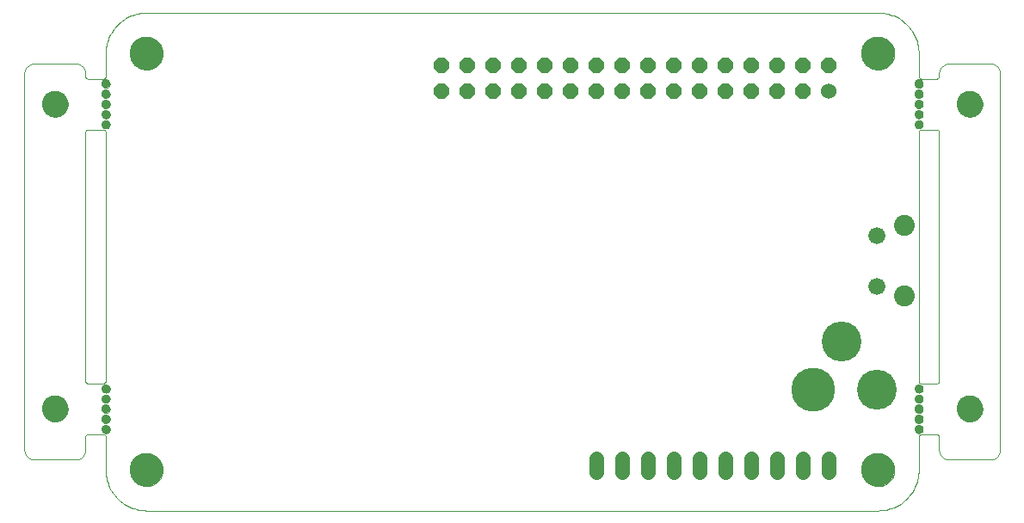
<source format=gbs>
G75*
G70*
%OFA0B0*%
%FSLAX24Y24*%
%IPPOS*%
%LPD*%
%AMOC8*
5,1,8,0,0,1.08239X$1,22.5*
%
%ADD10C,0.0000*%
%ADD11C,0.1300*%
%ADD12C,0.1024*%
%ADD13C,0.0355*%
%ADD14C,0.1700*%
%ADD15C,0.1542*%
%ADD16C,0.0600*%
%ADD17OC8,0.0600*%
%ADD18C,0.0560*%
%ADD19C,0.0808*%
%ADD20C,0.0660*%
D10*
X005612Y019785D02*
X033958Y019785D01*
X033328Y021360D02*
X033330Y021410D01*
X033336Y021460D01*
X033346Y021509D01*
X033360Y021557D01*
X033377Y021604D01*
X033398Y021649D01*
X033423Y021693D01*
X033451Y021734D01*
X033483Y021773D01*
X033517Y021810D01*
X033554Y021844D01*
X033594Y021874D01*
X033636Y021901D01*
X033680Y021925D01*
X033726Y021946D01*
X033773Y021962D01*
X033821Y021975D01*
X033871Y021984D01*
X033920Y021989D01*
X033971Y021990D01*
X034021Y021987D01*
X034070Y021980D01*
X034119Y021969D01*
X034167Y021954D01*
X034213Y021936D01*
X034258Y021914D01*
X034301Y021888D01*
X034342Y021859D01*
X034381Y021827D01*
X034417Y021792D01*
X034449Y021754D01*
X034479Y021714D01*
X034506Y021671D01*
X034529Y021627D01*
X034548Y021581D01*
X034564Y021533D01*
X034576Y021484D01*
X034584Y021435D01*
X034588Y021385D01*
X034588Y021335D01*
X034584Y021285D01*
X034576Y021236D01*
X034564Y021187D01*
X034548Y021139D01*
X034529Y021093D01*
X034506Y021049D01*
X034479Y021006D01*
X034449Y020966D01*
X034417Y020928D01*
X034381Y020893D01*
X034342Y020861D01*
X034301Y020832D01*
X034258Y020806D01*
X034213Y020784D01*
X034167Y020766D01*
X034119Y020751D01*
X034070Y020740D01*
X034021Y020733D01*
X033971Y020730D01*
X033920Y020731D01*
X033871Y020736D01*
X033821Y020745D01*
X033773Y020758D01*
X033726Y020774D01*
X033680Y020795D01*
X033636Y020819D01*
X033594Y020846D01*
X033554Y020876D01*
X033517Y020910D01*
X033483Y020947D01*
X033451Y020986D01*
X033423Y021027D01*
X033398Y021071D01*
X033377Y021116D01*
X033360Y021163D01*
X033346Y021211D01*
X033336Y021260D01*
X033330Y021310D01*
X033328Y021360D01*
X033958Y019785D02*
X034035Y019787D01*
X034112Y019793D01*
X034189Y019802D01*
X034265Y019815D01*
X034341Y019832D01*
X034415Y019853D01*
X034489Y019877D01*
X034561Y019905D01*
X034631Y019936D01*
X034700Y019971D01*
X034768Y020009D01*
X034833Y020050D01*
X034896Y020095D01*
X034957Y020143D01*
X035016Y020193D01*
X035072Y020246D01*
X035125Y020302D01*
X035175Y020361D01*
X035223Y020422D01*
X035268Y020485D01*
X035309Y020550D01*
X035347Y020618D01*
X035382Y020687D01*
X035413Y020757D01*
X035441Y020829D01*
X035465Y020903D01*
X035486Y020977D01*
X035503Y021053D01*
X035516Y021129D01*
X035525Y021206D01*
X035531Y021283D01*
X035533Y021360D01*
X035533Y022639D01*
X035534Y022656D01*
X035539Y022673D01*
X035546Y022688D01*
X035556Y022702D01*
X035568Y022714D01*
X035582Y022724D01*
X035597Y022731D01*
X035614Y022736D01*
X035631Y022737D01*
X035631Y022738D02*
X036222Y022738D01*
X036222Y022737D02*
X036239Y022736D01*
X036256Y022731D01*
X036271Y022724D01*
X036285Y022714D01*
X036297Y022702D01*
X036307Y022688D01*
X036314Y022673D01*
X036319Y022656D01*
X036320Y022639D01*
X036320Y022147D01*
X036322Y022108D01*
X036328Y022070D01*
X036337Y022033D01*
X036350Y021996D01*
X036367Y021961D01*
X036386Y021928D01*
X036409Y021897D01*
X036435Y021868D01*
X036464Y021842D01*
X036495Y021819D01*
X036528Y021800D01*
X036563Y021783D01*
X036600Y021770D01*
X036637Y021761D01*
X036675Y021755D01*
X036714Y021753D01*
X036714Y021754D02*
X038289Y021754D01*
X038289Y021753D02*
X038328Y021755D01*
X038366Y021761D01*
X038403Y021770D01*
X038440Y021783D01*
X038475Y021800D01*
X038508Y021819D01*
X038539Y021842D01*
X038568Y021868D01*
X038594Y021897D01*
X038617Y021928D01*
X038636Y021961D01*
X038653Y021996D01*
X038666Y022033D01*
X038675Y022070D01*
X038681Y022108D01*
X038683Y022147D01*
X038683Y036714D01*
X038681Y036753D01*
X038675Y036791D01*
X038666Y036828D01*
X038653Y036865D01*
X038636Y036900D01*
X038617Y036933D01*
X038594Y036964D01*
X038568Y036993D01*
X038539Y037019D01*
X038508Y037042D01*
X038475Y037061D01*
X038440Y037078D01*
X038403Y037091D01*
X038366Y037100D01*
X038328Y037106D01*
X038289Y037108D01*
X036714Y037108D01*
X036675Y037106D01*
X036637Y037100D01*
X036600Y037091D01*
X036563Y037078D01*
X036528Y037061D01*
X036495Y037042D01*
X036464Y037019D01*
X036435Y036993D01*
X036409Y036964D01*
X036386Y036933D01*
X036367Y036900D01*
X036350Y036865D01*
X036337Y036828D01*
X036328Y036791D01*
X036322Y036753D01*
X036320Y036714D01*
X036320Y036616D01*
X036319Y036599D01*
X036314Y036582D01*
X036307Y036567D01*
X036297Y036553D01*
X036285Y036541D01*
X036271Y036531D01*
X036256Y036524D01*
X036239Y036519D01*
X036222Y036518D01*
X036222Y036517D02*
X035631Y036517D01*
X035631Y036518D02*
X035614Y036519D01*
X035597Y036524D01*
X035582Y036531D01*
X035568Y036541D01*
X035556Y036553D01*
X035546Y036567D01*
X035539Y036582D01*
X035534Y036599D01*
X035533Y036616D01*
X035533Y037502D01*
X035376Y036320D02*
X035378Y036345D01*
X035384Y036369D01*
X035393Y036391D01*
X035406Y036412D01*
X035422Y036431D01*
X035441Y036447D01*
X035462Y036460D01*
X035484Y036469D01*
X035508Y036475D01*
X035533Y036477D01*
X035558Y036475D01*
X035582Y036469D01*
X035604Y036460D01*
X035625Y036447D01*
X035644Y036431D01*
X035660Y036412D01*
X035673Y036391D01*
X035682Y036369D01*
X035688Y036345D01*
X035690Y036320D01*
X035688Y036295D01*
X035682Y036271D01*
X035673Y036249D01*
X035660Y036228D01*
X035644Y036209D01*
X035625Y036193D01*
X035604Y036180D01*
X035582Y036171D01*
X035558Y036165D01*
X035533Y036163D01*
X035508Y036165D01*
X035484Y036171D01*
X035462Y036180D01*
X035441Y036193D01*
X035422Y036209D01*
X035406Y036228D01*
X035393Y036249D01*
X035384Y036271D01*
X035378Y036295D01*
X035376Y036320D01*
X035376Y035927D02*
X035378Y035952D01*
X035384Y035976D01*
X035393Y035998D01*
X035406Y036019D01*
X035422Y036038D01*
X035441Y036054D01*
X035462Y036067D01*
X035484Y036076D01*
X035508Y036082D01*
X035533Y036084D01*
X035558Y036082D01*
X035582Y036076D01*
X035604Y036067D01*
X035625Y036054D01*
X035644Y036038D01*
X035660Y036019D01*
X035673Y035998D01*
X035682Y035976D01*
X035688Y035952D01*
X035690Y035927D01*
X035688Y035902D01*
X035682Y035878D01*
X035673Y035856D01*
X035660Y035835D01*
X035644Y035816D01*
X035625Y035800D01*
X035604Y035787D01*
X035582Y035778D01*
X035558Y035772D01*
X035533Y035770D01*
X035508Y035772D01*
X035484Y035778D01*
X035462Y035787D01*
X035441Y035800D01*
X035422Y035816D01*
X035406Y035835D01*
X035393Y035856D01*
X035384Y035878D01*
X035378Y035902D01*
X035376Y035927D01*
X035376Y035533D02*
X035378Y035558D01*
X035384Y035582D01*
X035393Y035604D01*
X035406Y035625D01*
X035422Y035644D01*
X035441Y035660D01*
X035462Y035673D01*
X035484Y035682D01*
X035508Y035688D01*
X035533Y035690D01*
X035558Y035688D01*
X035582Y035682D01*
X035604Y035673D01*
X035625Y035660D01*
X035644Y035644D01*
X035660Y035625D01*
X035673Y035604D01*
X035682Y035582D01*
X035688Y035558D01*
X035690Y035533D01*
X035688Y035508D01*
X035682Y035484D01*
X035673Y035462D01*
X035660Y035441D01*
X035644Y035422D01*
X035625Y035406D01*
X035604Y035393D01*
X035582Y035384D01*
X035558Y035378D01*
X035533Y035376D01*
X035508Y035378D01*
X035484Y035384D01*
X035462Y035393D01*
X035441Y035406D01*
X035422Y035422D01*
X035406Y035441D01*
X035393Y035462D01*
X035384Y035484D01*
X035378Y035508D01*
X035376Y035533D01*
X035376Y035139D02*
X035378Y035164D01*
X035384Y035188D01*
X035393Y035210D01*
X035406Y035231D01*
X035422Y035250D01*
X035441Y035266D01*
X035462Y035279D01*
X035484Y035288D01*
X035508Y035294D01*
X035533Y035296D01*
X035558Y035294D01*
X035582Y035288D01*
X035604Y035279D01*
X035625Y035266D01*
X035644Y035250D01*
X035660Y035231D01*
X035673Y035210D01*
X035682Y035188D01*
X035688Y035164D01*
X035690Y035139D01*
X035688Y035114D01*
X035682Y035090D01*
X035673Y035068D01*
X035660Y035047D01*
X035644Y035028D01*
X035625Y035012D01*
X035604Y034999D01*
X035582Y034990D01*
X035558Y034984D01*
X035533Y034982D01*
X035508Y034984D01*
X035484Y034990D01*
X035462Y034999D01*
X035441Y035012D01*
X035422Y035028D01*
X035406Y035047D01*
X035393Y035068D01*
X035384Y035090D01*
X035378Y035114D01*
X035376Y035139D01*
X035376Y034746D02*
X035378Y034771D01*
X035384Y034795D01*
X035393Y034817D01*
X035406Y034838D01*
X035422Y034857D01*
X035441Y034873D01*
X035462Y034886D01*
X035484Y034895D01*
X035508Y034901D01*
X035533Y034903D01*
X035558Y034901D01*
X035582Y034895D01*
X035604Y034886D01*
X035625Y034873D01*
X035644Y034857D01*
X035660Y034838D01*
X035673Y034817D01*
X035682Y034795D01*
X035688Y034771D01*
X035690Y034746D01*
X035688Y034721D01*
X035682Y034697D01*
X035673Y034675D01*
X035660Y034654D01*
X035644Y034635D01*
X035625Y034619D01*
X035604Y034606D01*
X035582Y034597D01*
X035558Y034591D01*
X035533Y034589D01*
X035508Y034591D01*
X035484Y034597D01*
X035462Y034606D01*
X035441Y034619D01*
X035422Y034635D01*
X035406Y034654D01*
X035393Y034675D01*
X035384Y034697D01*
X035378Y034721D01*
X035376Y034746D01*
X035631Y034549D02*
X036222Y034549D01*
X036222Y034548D02*
X036239Y034547D01*
X036256Y034542D01*
X036271Y034535D01*
X036285Y034525D01*
X036297Y034513D01*
X036307Y034499D01*
X036314Y034484D01*
X036319Y034467D01*
X036320Y034450D01*
X036320Y024805D01*
X036319Y024788D01*
X036314Y024771D01*
X036307Y024756D01*
X036297Y024742D01*
X036285Y024730D01*
X036271Y024720D01*
X036256Y024713D01*
X036239Y024708D01*
X036222Y024707D01*
X036222Y024706D02*
X035631Y024706D01*
X035631Y024707D02*
X035614Y024708D01*
X035597Y024713D01*
X035582Y024720D01*
X035568Y024730D01*
X035556Y024742D01*
X035546Y024756D01*
X035539Y024771D01*
X035534Y024788D01*
X035533Y024805D01*
X035533Y034450D01*
X035534Y034467D01*
X035539Y034484D01*
X035546Y034499D01*
X035556Y034513D01*
X035568Y034525D01*
X035582Y034535D01*
X035597Y034542D01*
X035614Y034547D01*
X035631Y034548D01*
X037010Y035533D02*
X037012Y035577D01*
X037018Y035621D01*
X037028Y035664D01*
X037041Y035706D01*
X037059Y035746D01*
X037080Y035785D01*
X037104Y035822D01*
X037131Y035857D01*
X037162Y035889D01*
X037195Y035918D01*
X037231Y035944D01*
X037269Y035966D01*
X037309Y035985D01*
X037350Y036001D01*
X037393Y036013D01*
X037436Y036021D01*
X037480Y036025D01*
X037524Y036025D01*
X037568Y036021D01*
X037611Y036013D01*
X037654Y036001D01*
X037695Y035985D01*
X037735Y035966D01*
X037773Y035944D01*
X037809Y035918D01*
X037842Y035889D01*
X037873Y035857D01*
X037900Y035822D01*
X037924Y035785D01*
X037945Y035746D01*
X037963Y035706D01*
X037976Y035664D01*
X037986Y035621D01*
X037992Y035577D01*
X037994Y035533D01*
X037992Y035489D01*
X037986Y035445D01*
X037976Y035402D01*
X037963Y035360D01*
X037945Y035320D01*
X037924Y035281D01*
X037900Y035244D01*
X037873Y035209D01*
X037842Y035177D01*
X037809Y035148D01*
X037773Y035122D01*
X037735Y035100D01*
X037695Y035081D01*
X037654Y035065D01*
X037611Y035053D01*
X037568Y035045D01*
X037524Y035041D01*
X037480Y035041D01*
X037436Y035045D01*
X037393Y035053D01*
X037350Y035065D01*
X037309Y035081D01*
X037269Y035100D01*
X037231Y035122D01*
X037195Y035148D01*
X037162Y035177D01*
X037131Y035209D01*
X037104Y035244D01*
X037080Y035281D01*
X037059Y035320D01*
X037041Y035360D01*
X037028Y035402D01*
X037018Y035445D01*
X037012Y035489D01*
X037010Y035533D01*
X036320Y031202D02*
X036320Y027659D01*
X035376Y024509D02*
X035378Y024534D01*
X035384Y024558D01*
X035393Y024580D01*
X035406Y024601D01*
X035422Y024620D01*
X035441Y024636D01*
X035462Y024649D01*
X035484Y024658D01*
X035508Y024664D01*
X035533Y024666D01*
X035558Y024664D01*
X035582Y024658D01*
X035604Y024649D01*
X035625Y024636D01*
X035644Y024620D01*
X035660Y024601D01*
X035673Y024580D01*
X035682Y024558D01*
X035688Y024534D01*
X035690Y024509D01*
X035688Y024484D01*
X035682Y024460D01*
X035673Y024438D01*
X035660Y024417D01*
X035644Y024398D01*
X035625Y024382D01*
X035604Y024369D01*
X035582Y024360D01*
X035558Y024354D01*
X035533Y024352D01*
X035508Y024354D01*
X035484Y024360D01*
X035462Y024369D01*
X035441Y024382D01*
X035422Y024398D01*
X035406Y024417D01*
X035393Y024438D01*
X035384Y024460D01*
X035378Y024484D01*
X035376Y024509D01*
X035376Y024116D02*
X035378Y024141D01*
X035384Y024165D01*
X035393Y024187D01*
X035406Y024208D01*
X035422Y024227D01*
X035441Y024243D01*
X035462Y024256D01*
X035484Y024265D01*
X035508Y024271D01*
X035533Y024273D01*
X035558Y024271D01*
X035582Y024265D01*
X035604Y024256D01*
X035625Y024243D01*
X035644Y024227D01*
X035660Y024208D01*
X035673Y024187D01*
X035682Y024165D01*
X035688Y024141D01*
X035690Y024116D01*
X035688Y024091D01*
X035682Y024067D01*
X035673Y024045D01*
X035660Y024024D01*
X035644Y024005D01*
X035625Y023989D01*
X035604Y023976D01*
X035582Y023967D01*
X035558Y023961D01*
X035533Y023959D01*
X035508Y023961D01*
X035484Y023967D01*
X035462Y023976D01*
X035441Y023989D01*
X035422Y024005D01*
X035406Y024024D01*
X035393Y024045D01*
X035384Y024067D01*
X035378Y024091D01*
X035376Y024116D01*
X035376Y023722D02*
X035378Y023747D01*
X035384Y023771D01*
X035393Y023793D01*
X035406Y023814D01*
X035422Y023833D01*
X035441Y023849D01*
X035462Y023862D01*
X035484Y023871D01*
X035508Y023877D01*
X035533Y023879D01*
X035558Y023877D01*
X035582Y023871D01*
X035604Y023862D01*
X035625Y023849D01*
X035644Y023833D01*
X035660Y023814D01*
X035673Y023793D01*
X035682Y023771D01*
X035688Y023747D01*
X035690Y023722D01*
X035688Y023697D01*
X035682Y023673D01*
X035673Y023651D01*
X035660Y023630D01*
X035644Y023611D01*
X035625Y023595D01*
X035604Y023582D01*
X035582Y023573D01*
X035558Y023567D01*
X035533Y023565D01*
X035508Y023567D01*
X035484Y023573D01*
X035462Y023582D01*
X035441Y023595D01*
X035422Y023611D01*
X035406Y023630D01*
X035393Y023651D01*
X035384Y023673D01*
X035378Y023697D01*
X035376Y023722D01*
X035376Y023328D02*
X035378Y023353D01*
X035384Y023377D01*
X035393Y023399D01*
X035406Y023420D01*
X035422Y023439D01*
X035441Y023455D01*
X035462Y023468D01*
X035484Y023477D01*
X035508Y023483D01*
X035533Y023485D01*
X035558Y023483D01*
X035582Y023477D01*
X035604Y023468D01*
X035625Y023455D01*
X035644Y023439D01*
X035660Y023420D01*
X035673Y023399D01*
X035682Y023377D01*
X035688Y023353D01*
X035690Y023328D01*
X035688Y023303D01*
X035682Y023279D01*
X035673Y023257D01*
X035660Y023236D01*
X035644Y023217D01*
X035625Y023201D01*
X035604Y023188D01*
X035582Y023179D01*
X035558Y023173D01*
X035533Y023171D01*
X035508Y023173D01*
X035484Y023179D01*
X035462Y023188D01*
X035441Y023201D01*
X035422Y023217D01*
X035406Y023236D01*
X035393Y023257D01*
X035384Y023279D01*
X035378Y023303D01*
X035376Y023328D01*
X035376Y022935D02*
X035378Y022960D01*
X035384Y022984D01*
X035393Y023006D01*
X035406Y023027D01*
X035422Y023046D01*
X035441Y023062D01*
X035462Y023075D01*
X035484Y023084D01*
X035508Y023090D01*
X035533Y023092D01*
X035558Y023090D01*
X035582Y023084D01*
X035604Y023075D01*
X035625Y023062D01*
X035644Y023046D01*
X035660Y023027D01*
X035673Y023006D01*
X035682Y022984D01*
X035688Y022960D01*
X035690Y022935D01*
X035688Y022910D01*
X035682Y022886D01*
X035673Y022864D01*
X035660Y022843D01*
X035644Y022824D01*
X035625Y022808D01*
X035604Y022795D01*
X035582Y022786D01*
X035558Y022780D01*
X035533Y022778D01*
X035508Y022780D01*
X035484Y022786D01*
X035462Y022795D01*
X035441Y022808D01*
X035422Y022824D01*
X035406Y022843D01*
X035393Y022864D01*
X035384Y022886D01*
X035378Y022910D01*
X035376Y022935D01*
X037010Y023722D02*
X037012Y023766D01*
X037018Y023810D01*
X037028Y023853D01*
X037041Y023895D01*
X037059Y023935D01*
X037080Y023974D01*
X037104Y024011D01*
X037131Y024046D01*
X037162Y024078D01*
X037195Y024107D01*
X037231Y024133D01*
X037269Y024155D01*
X037309Y024174D01*
X037350Y024190D01*
X037393Y024202D01*
X037436Y024210D01*
X037480Y024214D01*
X037524Y024214D01*
X037568Y024210D01*
X037611Y024202D01*
X037654Y024190D01*
X037695Y024174D01*
X037735Y024155D01*
X037773Y024133D01*
X037809Y024107D01*
X037842Y024078D01*
X037873Y024046D01*
X037900Y024011D01*
X037924Y023974D01*
X037945Y023935D01*
X037963Y023895D01*
X037976Y023853D01*
X037986Y023810D01*
X037992Y023766D01*
X037994Y023722D01*
X037992Y023678D01*
X037986Y023634D01*
X037976Y023591D01*
X037963Y023549D01*
X037945Y023509D01*
X037924Y023470D01*
X037900Y023433D01*
X037873Y023398D01*
X037842Y023366D01*
X037809Y023337D01*
X037773Y023311D01*
X037735Y023289D01*
X037695Y023270D01*
X037654Y023254D01*
X037611Y023242D01*
X037568Y023234D01*
X037524Y023230D01*
X037480Y023230D01*
X037436Y023234D01*
X037393Y023242D01*
X037350Y023254D01*
X037309Y023270D01*
X037269Y023289D01*
X037231Y023311D01*
X037195Y023337D01*
X037162Y023366D01*
X037131Y023398D01*
X037104Y023433D01*
X037080Y023470D01*
X037059Y023509D01*
X037041Y023549D01*
X037028Y023591D01*
X037018Y023634D01*
X037012Y023678D01*
X037010Y023722D01*
X033328Y037502D02*
X033330Y037552D01*
X033336Y037602D01*
X033346Y037651D01*
X033360Y037699D01*
X033377Y037746D01*
X033398Y037791D01*
X033423Y037835D01*
X033451Y037876D01*
X033483Y037915D01*
X033517Y037952D01*
X033554Y037986D01*
X033594Y038016D01*
X033636Y038043D01*
X033680Y038067D01*
X033726Y038088D01*
X033773Y038104D01*
X033821Y038117D01*
X033871Y038126D01*
X033920Y038131D01*
X033971Y038132D01*
X034021Y038129D01*
X034070Y038122D01*
X034119Y038111D01*
X034167Y038096D01*
X034213Y038078D01*
X034258Y038056D01*
X034301Y038030D01*
X034342Y038001D01*
X034381Y037969D01*
X034417Y037934D01*
X034449Y037896D01*
X034479Y037856D01*
X034506Y037813D01*
X034529Y037769D01*
X034548Y037723D01*
X034564Y037675D01*
X034576Y037626D01*
X034584Y037577D01*
X034588Y037527D01*
X034588Y037477D01*
X034584Y037427D01*
X034576Y037378D01*
X034564Y037329D01*
X034548Y037281D01*
X034529Y037235D01*
X034506Y037191D01*
X034479Y037148D01*
X034449Y037108D01*
X034417Y037070D01*
X034381Y037035D01*
X034342Y037003D01*
X034301Y036974D01*
X034258Y036948D01*
X034213Y036926D01*
X034167Y036908D01*
X034119Y036893D01*
X034070Y036882D01*
X034021Y036875D01*
X033971Y036872D01*
X033920Y036873D01*
X033871Y036878D01*
X033821Y036887D01*
X033773Y036900D01*
X033726Y036916D01*
X033680Y036937D01*
X033636Y036961D01*
X033594Y036988D01*
X033554Y037018D01*
X033517Y037052D01*
X033483Y037089D01*
X033451Y037128D01*
X033423Y037169D01*
X033398Y037213D01*
X033377Y037258D01*
X033360Y037305D01*
X033346Y037353D01*
X033336Y037402D01*
X033330Y037452D01*
X033328Y037502D01*
X033958Y039077D02*
X034035Y039075D01*
X034112Y039069D01*
X034189Y039060D01*
X034265Y039047D01*
X034341Y039030D01*
X034415Y039009D01*
X034489Y038985D01*
X034561Y038957D01*
X034631Y038926D01*
X034700Y038891D01*
X034768Y038853D01*
X034833Y038812D01*
X034896Y038767D01*
X034957Y038719D01*
X035016Y038669D01*
X035072Y038616D01*
X035125Y038560D01*
X035175Y038501D01*
X035223Y038440D01*
X035268Y038377D01*
X035309Y038312D01*
X035347Y038244D01*
X035382Y038175D01*
X035413Y038105D01*
X035441Y038033D01*
X035465Y037959D01*
X035486Y037885D01*
X035503Y037809D01*
X035516Y037733D01*
X035525Y037656D01*
X035531Y037579D01*
X035533Y037502D01*
X033958Y039076D02*
X005612Y039076D01*
X004982Y037502D02*
X004984Y037552D01*
X004990Y037602D01*
X005000Y037651D01*
X005014Y037699D01*
X005031Y037746D01*
X005052Y037791D01*
X005077Y037835D01*
X005105Y037876D01*
X005137Y037915D01*
X005171Y037952D01*
X005208Y037986D01*
X005248Y038016D01*
X005290Y038043D01*
X005334Y038067D01*
X005380Y038088D01*
X005427Y038104D01*
X005475Y038117D01*
X005525Y038126D01*
X005574Y038131D01*
X005625Y038132D01*
X005675Y038129D01*
X005724Y038122D01*
X005773Y038111D01*
X005821Y038096D01*
X005867Y038078D01*
X005912Y038056D01*
X005955Y038030D01*
X005996Y038001D01*
X006035Y037969D01*
X006071Y037934D01*
X006103Y037896D01*
X006133Y037856D01*
X006160Y037813D01*
X006183Y037769D01*
X006202Y037723D01*
X006218Y037675D01*
X006230Y037626D01*
X006238Y037577D01*
X006242Y037527D01*
X006242Y037477D01*
X006238Y037427D01*
X006230Y037378D01*
X006218Y037329D01*
X006202Y037281D01*
X006183Y037235D01*
X006160Y037191D01*
X006133Y037148D01*
X006103Y037108D01*
X006071Y037070D01*
X006035Y037035D01*
X005996Y037003D01*
X005955Y036974D01*
X005912Y036948D01*
X005867Y036926D01*
X005821Y036908D01*
X005773Y036893D01*
X005724Y036882D01*
X005675Y036875D01*
X005625Y036872D01*
X005574Y036873D01*
X005525Y036878D01*
X005475Y036887D01*
X005427Y036900D01*
X005380Y036916D01*
X005334Y036937D01*
X005290Y036961D01*
X005248Y036988D01*
X005208Y037018D01*
X005171Y037052D01*
X005137Y037089D01*
X005105Y037128D01*
X005077Y037169D01*
X005052Y037213D01*
X005031Y037258D01*
X005014Y037305D01*
X005000Y037353D01*
X004990Y037402D01*
X004984Y037452D01*
X004982Y037502D01*
X004037Y037502D02*
X004039Y037579D01*
X004045Y037656D01*
X004054Y037733D01*
X004067Y037809D01*
X004084Y037885D01*
X004105Y037959D01*
X004129Y038033D01*
X004157Y038105D01*
X004188Y038175D01*
X004223Y038244D01*
X004261Y038312D01*
X004302Y038377D01*
X004347Y038440D01*
X004395Y038501D01*
X004445Y038560D01*
X004498Y038616D01*
X004554Y038669D01*
X004613Y038719D01*
X004674Y038767D01*
X004737Y038812D01*
X004802Y038853D01*
X004870Y038891D01*
X004939Y038926D01*
X005009Y038957D01*
X005081Y038985D01*
X005155Y039009D01*
X005229Y039030D01*
X005305Y039047D01*
X005381Y039060D01*
X005458Y039069D01*
X005535Y039075D01*
X005612Y039077D01*
X004037Y037502D02*
X004037Y036616D01*
X004036Y036599D01*
X004031Y036582D01*
X004024Y036567D01*
X004014Y036553D01*
X004002Y036541D01*
X003988Y036531D01*
X003973Y036524D01*
X003956Y036519D01*
X003939Y036518D01*
X003939Y036517D02*
X003348Y036517D01*
X003348Y036518D02*
X003331Y036519D01*
X003314Y036524D01*
X003299Y036531D01*
X003285Y036541D01*
X003273Y036553D01*
X003263Y036567D01*
X003256Y036582D01*
X003251Y036599D01*
X003250Y036616D01*
X003250Y036714D01*
X003248Y036753D01*
X003242Y036791D01*
X003233Y036828D01*
X003220Y036865D01*
X003203Y036900D01*
X003184Y036933D01*
X003161Y036964D01*
X003135Y036993D01*
X003106Y037019D01*
X003075Y037042D01*
X003042Y037061D01*
X003007Y037078D01*
X002970Y037091D01*
X002933Y037100D01*
X002895Y037106D01*
X002856Y037108D01*
X001281Y037108D01*
X001242Y037106D01*
X001204Y037100D01*
X001167Y037091D01*
X001130Y037078D01*
X001095Y037061D01*
X001062Y037042D01*
X001031Y037019D01*
X001002Y036993D01*
X000976Y036964D01*
X000953Y036933D01*
X000934Y036900D01*
X000917Y036865D01*
X000904Y036828D01*
X000895Y036791D01*
X000889Y036753D01*
X000887Y036714D01*
X000887Y022147D01*
X000889Y022108D01*
X000895Y022070D01*
X000904Y022033D01*
X000917Y021996D01*
X000934Y021961D01*
X000953Y021928D01*
X000976Y021897D01*
X001002Y021868D01*
X001031Y021842D01*
X001062Y021819D01*
X001095Y021800D01*
X001130Y021783D01*
X001167Y021770D01*
X001204Y021761D01*
X001242Y021755D01*
X001281Y021753D01*
X001281Y021754D02*
X002856Y021754D01*
X002856Y021753D02*
X002895Y021755D01*
X002933Y021761D01*
X002970Y021770D01*
X003007Y021783D01*
X003042Y021800D01*
X003075Y021819D01*
X003106Y021842D01*
X003135Y021868D01*
X003161Y021897D01*
X003184Y021928D01*
X003203Y021961D01*
X003220Y021996D01*
X003233Y022033D01*
X003242Y022070D01*
X003248Y022108D01*
X003250Y022147D01*
X003250Y022639D01*
X003251Y022656D01*
X003256Y022673D01*
X003263Y022688D01*
X003273Y022702D01*
X003285Y022714D01*
X003299Y022724D01*
X003314Y022731D01*
X003331Y022736D01*
X003348Y022737D01*
X003348Y022738D02*
X003939Y022738D01*
X003939Y022737D02*
X003956Y022736D01*
X003973Y022731D01*
X003988Y022724D01*
X004002Y022714D01*
X004014Y022702D01*
X004024Y022688D01*
X004031Y022673D01*
X004036Y022656D01*
X004037Y022639D01*
X004037Y021360D01*
X003880Y022935D02*
X003882Y022960D01*
X003888Y022984D01*
X003897Y023006D01*
X003910Y023027D01*
X003926Y023046D01*
X003945Y023062D01*
X003966Y023075D01*
X003988Y023084D01*
X004012Y023090D01*
X004037Y023092D01*
X004062Y023090D01*
X004086Y023084D01*
X004108Y023075D01*
X004129Y023062D01*
X004148Y023046D01*
X004164Y023027D01*
X004177Y023006D01*
X004186Y022984D01*
X004192Y022960D01*
X004194Y022935D01*
X004192Y022910D01*
X004186Y022886D01*
X004177Y022864D01*
X004164Y022843D01*
X004148Y022824D01*
X004129Y022808D01*
X004108Y022795D01*
X004086Y022786D01*
X004062Y022780D01*
X004037Y022778D01*
X004012Y022780D01*
X003988Y022786D01*
X003966Y022795D01*
X003945Y022808D01*
X003926Y022824D01*
X003910Y022843D01*
X003897Y022864D01*
X003888Y022886D01*
X003882Y022910D01*
X003880Y022935D01*
X003880Y023328D02*
X003882Y023353D01*
X003888Y023377D01*
X003897Y023399D01*
X003910Y023420D01*
X003926Y023439D01*
X003945Y023455D01*
X003966Y023468D01*
X003988Y023477D01*
X004012Y023483D01*
X004037Y023485D01*
X004062Y023483D01*
X004086Y023477D01*
X004108Y023468D01*
X004129Y023455D01*
X004148Y023439D01*
X004164Y023420D01*
X004177Y023399D01*
X004186Y023377D01*
X004192Y023353D01*
X004194Y023328D01*
X004192Y023303D01*
X004186Y023279D01*
X004177Y023257D01*
X004164Y023236D01*
X004148Y023217D01*
X004129Y023201D01*
X004108Y023188D01*
X004086Y023179D01*
X004062Y023173D01*
X004037Y023171D01*
X004012Y023173D01*
X003988Y023179D01*
X003966Y023188D01*
X003945Y023201D01*
X003926Y023217D01*
X003910Y023236D01*
X003897Y023257D01*
X003888Y023279D01*
X003882Y023303D01*
X003880Y023328D01*
X003880Y023722D02*
X003882Y023747D01*
X003888Y023771D01*
X003897Y023793D01*
X003910Y023814D01*
X003926Y023833D01*
X003945Y023849D01*
X003966Y023862D01*
X003988Y023871D01*
X004012Y023877D01*
X004037Y023879D01*
X004062Y023877D01*
X004086Y023871D01*
X004108Y023862D01*
X004129Y023849D01*
X004148Y023833D01*
X004164Y023814D01*
X004177Y023793D01*
X004186Y023771D01*
X004192Y023747D01*
X004194Y023722D01*
X004192Y023697D01*
X004186Y023673D01*
X004177Y023651D01*
X004164Y023630D01*
X004148Y023611D01*
X004129Y023595D01*
X004108Y023582D01*
X004086Y023573D01*
X004062Y023567D01*
X004037Y023565D01*
X004012Y023567D01*
X003988Y023573D01*
X003966Y023582D01*
X003945Y023595D01*
X003926Y023611D01*
X003910Y023630D01*
X003897Y023651D01*
X003888Y023673D01*
X003882Y023697D01*
X003880Y023722D01*
X003880Y024116D02*
X003882Y024141D01*
X003888Y024165D01*
X003897Y024187D01*
X003910Y024208D01*
X003926Y024227D01*
X003945Y024243D01*
X003966Y024256D01*
X003988Y024265D01*
X004012Y024271D01*
X004037Y024273D01*
X004062Y024271D01*
X004086Y024265D01*
X004108Y024256D01*
X004129Y024243D01*
X004148Y024227D01*
X004164Y024208D01*
X004177Y024187D01*
X004186Y024165D01*
X004192Y024141D01*
X004194Y024116D01*
X004192Y024091D01*
X004186Y024067D01*
X004177Y024045D01*
X004164Y024024D01*
X004148Y024005D01*
X004129Y023989D01*
X004108Y023976D01*
X004086Y023967D01*
X004062Y023961D01*
X004037Y023959D01*
X004012Y023961D01*
X003988Y023967D01*
X003966Y023976D01*
X003945Y023989D01*
X003926Y024005D01*
X003910Y024024D01*
X003897Y024045D01*
X003888Y024067D01*
X003882Y024091D01*
X003880Y024116D01*
X003880Y024509D02*
X003882Y024534D01*
X003888Y024558D01*
X003897Y024580D01*
X003910Y024601D01*
X003926Y024620D01*
X003945Y024636D01*
X003966Y024649D01*
X003988Y024658D01*
X004012Y024664D01*
X004037Y024666D01*
X004062Y024664D01*
X004086Y024658D01*
X004108Y024649D01*
X004129Y024636D01*
X004148Y024620D01*
X004164Y024601D01*
X004177Y024580D01*
X004186Y024558D01*
X004192Y024534D01*
X004194Y024509D01*
X004192Y024484D01*
X004186Y024460D01*
X004177Y024438D01*
X004164Y024417D01*
X004148Y024398D01*
X004129Y024382D01*
X004108Y024369D01*
X004086Y024360D01*
X004062Y024354D01*
X004037Y024352D01*
X004012Y024354D01*
X003988Y024360D01*
X003966Y024369D01*
X003945Y024382D01*
X003926Y024398D01*
X003910Y024417D01*
X003897Y024438D01*
X003888Y024460D01*
X003882Y024484D01*
X003880Y024509D01*
X003939Y024706D02*
X003348Y024706D01*
X003348Y024707D02*
X003331Y024708D01*
X003314Y024713D01*
X003299Y024720D01*
X003285Y024730D01*
X003273Y024742D01*
X003263Y024756D01*
X003256Y024771D01*
X003251Y024788D01*
X003250Y024805D01*
X003250Y034450D01*
X003251Y034467D01*
X003256Y034484D01*
X003263Y034499D01*
X003273Y034513D01*
X003285Y034525D01*
X003299Y034535D01*
X003314Y034542D01*
X003331Y034547D01*
X003348Y034548D01*
X003348Y034549D02*
X003939Y034549D01*
X003939Y034548D02*
X003956Y034547D01*
X003973Y034542D01*
X003988Y034535D01*
X004002Y034525D01*
X004014Y034513D01*
X004024Y034499D01*
X004031Y034484D01*
X004036Y034467D01*
X004037Y034450D01*
X004037Y024805D01*
X004036Y024788D01*
X004031Y024771D01*
X004024Y024756D01*
X004014Y024742D01*
X004002Y024730D01*
X003988Y024720D01*
X003973Y024713D01*
X003956Y024708D01*
X003939Y024707D01*
X001577Y023722D02*
X001579Y023766D01*
X001585Y023810D01*
X001595Y023853D01*
X001608Y023895D01*
X001626Y023935D01*
X001647Y023974D01*
X001671Y024011D01*
X001698Y024046D01*
X001729Y024078D01*
X001762Y024107D01*
X001798Y024133D01*
X001836Y024155D01*
X001876Y024174D01*
X001917Y024190D01*
X001960Y024202D01*
X002003Y024210D01*
X002047Y024214D01*
X002091Y024214D01*
X002135Y024210D01*
X002178Y024202D01*
X002221Y024190D01*
X002262Y024174D01*
X002302Y024155D01*
X002340Y024133D01*
X002376Y024107D01*
X002409Y024078D01*
X002440Y024046D01*
X002467Y024011D01*
X002491Y023974D01*
X002512Y023935D01*
X002530Y023895D01*
X002543Y023853D01*
X002553Y023810D01*
X002559Y023766D01*
X002561Y023722D01*
X002559Y023678D01*
X002553Y023634D01*
X002543Y023591D01*
X002530Y023549D01*
X002512Y023509D01*
X002491Y023470D01*
X002467Y023433D01*
X002440Y023398D01*
X002409Y023366D01*
X002376Y023337D01*
X002340Y023311D01*
X002302Y023289D01*
X002262Y023270D01*
X002221Y023254D01*
X002178Y023242D01*
X002135Y023234D01*
X002091Y023230D01*
X002047Y023230D01*
X002003Y023234D01*
X001960Y023242D01*
X001917Y023254D01*
X001876Y023270D01*
X001836Y023289D01*
X001798Y023311D01*
X001762Y023337D01*
X001729Y023366D01*
X001698Y023398D01*
X001671Y023433D01*
X001647Y023470D01*
X001626Y023509D01*
X001608Y023549D01*
X001595Y023591D01*
X001585Y023634D01*
X001579Y023678D01*
X001577Y023722D01*
X004982Y021360D02*
X004984Y021410D01*
X004990Y021460D01*
X005000Y021509D01*
X005014Y021557D01*
X005031Y021604D01*
X005052Y021649D01*
X005077Y021693D01*
X005105Y021734D01*
X005137Y021773D01*
X005171Y021810D01*
X005208Y021844D01*
X005248Y021874D01*
X005290Y021901D01*
X005334Y021925D01*
X005380Y021946D01*
X005427Y021962D01*
X005475Y021975D01*
X005525Y021984D01*
X005574Y021989D01*
X005625Y021990D01*
X005675Y021987D01*
X005724Y021980D01*
X005773Y021969D01*
X005821Y021954D01*
X005867Y021936D01*
X005912Y021914D01*
X005955Y021888D01*
X005996Y021859D01*
X006035Y021827D01*
X006071Y021792D01*
X006103Y021754D01*
X006133Y021714D01*
X006160Y021671D01*
X006183Y021627D01*
X006202Y021581D01*
X006218Y021533D01*
X006230Y021484D01*
X006238Y021435D01*
X006242Y021385D01*
X006242Y021335D01*
X006238Y021285D01*
X006230Y021236D01*
X006218Y021187D01*
X006202Y021139D01*
X006183Y021093D01*
X006160Y021049D01*
X006133Y021006D01*
X006103Y020966D01*
X006071Y020928D01*
X006035Y020893D01*
X005996Y020861D01*
X005955Y020832D01*
X005912Y020806D01*
X005867Y020784D01*
X005821Y020766D01*
X005773Y020751D01*
X005724Y020740D01*
X005675Y020733D01*
X005625Y020730D01*
X005574Y020731D01*
X005525Y020736D01*
X005475Y020745D01*
X005427Y020758D01*
X005380Y020774D01*
X005334Y020795D01*
X005290Y020819D01*
X005248Y020846D01*
X005208Y020876D01*
X005171Y020910D01*
X005137Y020947D01*
X005105Y020986D01*
X005077Y021027D01*
X005052Y021071D01*
X005031Y021116D01*
X005014Y021163D01*
X005000Y021211D01*
X004990Y021260D01*
X004984Y021310D01*
X004982Y021360D01*
X004037Y021360D02*
X004039Y021283D01*
X004045Y021206D01*
X004054Y021129D01*
X004067Y021053D01*
X004084Y020977D01*
X004105Y020903D01*
X004129Y020829D01*
X004157Y020757D01*
X004188Y020687D01*
X004223Y020618D01*
X004261Y020550D01*
X004302Y020485D01*
X004347Y020422D01*
X004395Y020361D01*
X004445Y020302D01*
X004498Y020246D01*
X004554Y020193D01*
X004613Y020143D01*
X004674Y020095D01*
X004737Y020050D01*
X004802Y020009D01*
X004870Y019971D01*
X004939Y019936D01*
X005009Y019905D01*
X005081Y019877D01*
X005155Y019853D01*
X005229Y019832D01*
X005305Y019815D01*
X005381Y019802D01*
X005458Y019793D01*
X005535Y019787D01*
X005612Y019785D01*
X003880Y034746D02*
X003882Y034771D01*
X003888Y034795D01*
X003897Y034817D01*
X003910Y034838D01*
X003926Y034857D01*
X003945Y034873D01*
X003966Y034886D01*
X003988Y034895D01*
X004012Y034901D01*
X004037Y034903D01*
X004062Y034901D01*
X004086Y034895D01*
X004108Y034886D01*
X004129Y034873D01*
X004148Y034857D01*
X004164Y034838D01*
X004177Y034817D01*
X004186Y034795D01*
X004192Y034771D01*
X004194Y034746D01*
X004192Y034721D01*
X004186Y034697D01*
X004177Y034675D01*
X004164Y034654D01*
X004148Y034635D01*
X004129Y034619D01*
X004108Y034606D01*
X004086Y034597D01*
X004062Y034591D01*
X004037Y034589D01*
X004012Y034591D01*
X003988Y034597D01*
X003966Y034606D01*
X003945Y034619D01*
X003926Y034635D01*
X003910Y034654D01*
X003897Y034675D01*
X003888Y034697D01*
X003882Y034721D01*
X003880Y034746D01*
X003880Y035139D02*
X003882Y035164D01*
X003888Y035188D01*
X003897Y035210D01*
X003910Y035231D01*
X003926Y035250D01*
X003945Y035266D01*
X003966Y035279D01*
X003988Y035288D01*
X004012Y035294D01*
X004037Y035296D01*
X004062Y035294D01*
X004086Y035288D01*
X004108Y035279D01*
X004129Y035266D01*
X004148Y035250D01*
X004164Y035231D01*
X004177Y035210D01*
X004186Y035188D01*
X004192Y035164D01*
X004194Y035139D01*
X004192Y035114D01*
X004186Y035090D01*
X004177Y035068D01*
X004164Y035047D01*
X004148Y035028D01*
X004129Y035012D01*
X004108Y034999D01*
X004086Y034990D01*
X004062Y034984D01*
X004037Y034982D01*
X004012Y034984D01*
X003988Y034990D01*
X003966Y034999D01*
X003945Y035012D01*
X003926Y035028D01*
X003910Y035047D01*
X003897Y035068D01*
X003888Y035090D01*
X003882Y035114D01*
X003880Y035139D01*
X003880Y035533D02*
X003882Y035558D01*
X003888Y035582D01*
X003897Y035604D01*
X003910Y035625D01*
X003926Y035644D01*
X003945Y035660D01*
X003966Y035673D01*
X003988Y035682D01*
X004012Y035688D01*
X004037Y035690D01*
X004062Y035688D01*
X004086Y035682D01*
X004108Y035673D01*
X004129Y035660D01*
X004148Y035644D01*
X004164Y035625D01*
X004177Y035604D01*
X004186Y035582D01*
X004192Y035558D01*
X004194Y035533D01*
X004192Y035508D01*
X004186Y035484D01*
X004177Y035462D01*
X004164Y035441D01*
X004148Y035422D01*
X004129Y035406D01*
X004108Y035393D01*
X004086Y035384D01*
X004062Y035378D01*
X004037Y035376D01*
X004012Y035378D01*
X003988Y035384D01*
X003966Y035393D01*
X003945Y035406D01*
X003926Y035422D01*
X003910Y035441D01*
X003897Y035462D01*
X003888Y035484D01*
X003882Y035508D01*
X003880Y035533D01*
X003880Y035927D02*
X003882Y035952D01*
X003888Y035976D01*
X003897Y035998D01*
X003910Y036019D01*
X003926Y036038D01*
X003945Y036054D01*
X003966Y036067D01*
X003988Y036076D01*
X004012Y036082D01*
X004037Y036084D01*
X004062Y036082D01*
X004086Y036076D01*
X004108Y036067D01*
X004129Y036054D01*
X004148Y036038D01*
X004164Y036019D01*
X004177Y035998D01*
X004186Y035976D01*
X004192Y035952D01*
X004194Y035927D01*
X004192Y035902D01*
X004186Y035878D01*
X004177Y035856D01*
X004164Y035835D01*
X004148Y035816D01*
X004129Y035800D01*
X004108Y035787D01*
X004086Y035778D01*
X004062Y035772D01*
X004037Y035770D01*
X004012Y035772D01*
X003988Y035778D01*
X003966Y035787D01*
X003945Y035800D01*
X003926Y035816D01*
X003910Y035835D01*
X003897Y035856D01*
X003888Y035878D01*
X003882Y035902D01*
X003880Y035927D01*
X003880Y036320D02*
X003882Y036345D01*
X003888Y036369D01*
X003897Y036391D01*
X003910Y036412D01*
X003926Y036431D01*
X003945Y036447D01*
X003966Y036460D01*
X003988Y036469D01*
X004012Y036475D01*
X004037Y036477D01*
X004062Y036475D01*
X004086Y036469D01*
X004108Y036460D01*
X004129Y036447D01*
X004148Y036431D01*
X004164Y036412D01*
X004177Y036391D01*
X004186Y036369D01*
X004192Y036345D01*
X004194Y036320D01*
X004192Y036295D01*
X004186Y036271D01*
X004177Y036249D01*
X004164Y036228D01*
X004148Y036209D01*
X004129Y036193D01*
X004108Y036180D01*
X004086Y036171D01*
X004062Y036165D01*
X004037Y036163D01*
X004012Y036165D01*
X003988Y036171D01*
X003966Y036180D01*
X003945Y036193D01*
X003926Y036209D01*
X003910Y036228D01*
X003897Y036249D01*
X003888Y036271D01*
X003882Y036295D01*
X003880Y036320D01*
X001577Y035533D02*
X001579Y035577D01*
X001585Y035621D01*
X001595Y035664D01*
X001608Y035706D01*
X001626Y035746D01*
X001647Y035785D01*
X001671Y035822D01*
X001698Y035857D01*
X001729Y035889D01*
X001762Y035918D01*
X001798Y035944D01*
X001836Y035966D01*
X001876Y035985D01*
X001917Y036001D01*
X001960Y036013D01*
X002003Y036021D01*
X002047Y036025D01*
X002091Y036025D01*
X002135Y036021D01*
X002178Y036013D01*
X002221Y036001D01*
X002262Y035985D01*
X002302Y035966D01*
X002340Y035944D01*
X002376Y035918D01*
X002409Y035889D01*
X002440Y035857D01*
X002467Y035822D01*
X002491Y035785D01*
X002512Y035746D01*
X002530Y035706D01*
X002543Y035664D01*
X002553Y035621D01*
X002559Y035577D01*
X002561Y035533D01*
X002559Y035489D01*
X002553Y035445D01*
X002543Y035402D01*
X002530Y035360D01*
X002512Y035320D01*
X002491Y035281D01*
X002467Y035244D01*
X002440Y035209D01*
X002409Y035177D01*
X002376Y035148D01*
X002340Y035122D01*
X002302Y035100D01*
X002262Y035081D01*
X002221Y035065D01*
X002178Y035053D01*
X002135Y035045D01*
X002091Y035041D01*
X002047Y035041D01*
X002003Y035045D01*
X001960Y035053D01*
X001917Y035065D01*
X001876Y035081D01*
X001836Y035100D01*
X001798Y035122D01*
X001762Y035148D01*
X001729Y035177D01*
X001698Y035209D01*
X001671Y035244D01*
X001647Y035281D01*
X001626Y035320D01*
X001608Y035360D01*
X001595Y035402D01*
X001585Y035445D01*
X001579Y035489D01*
X001577Y035533D01*
D11*
X005612Y037502D03*
X005612Y021360D03*
X033958Y021360D03*
X033958Y037502D03*
D12*
X037502Y035533D03*
X037502Y023722D03*
X002069Y023722D03*
X002069Y035533D03*
D13*
X004037Y035533D03*
X004037Y035139D03*
X004037Y034746D03*
X004037Y035927D03*
X004037Y036320D03*
X004037Y024509D03*
X004037Y024116D03*
X004037Y023722D03*
X004037Y023328D03*
X004037Y022935D03*
X035533Y022935D03*
X035533Y023328D03*
X035533Y023722D03*
X035533Y024116D03*
X035533Y024509D03*
X035533Y034746D03*
X035533Y035139D03*
X035533Y035533D03*
X035533Y035927D03*
X035533Y036320D03*
D14*
X031433Y024458D03*
D15*
X032555Y026348D03*
X033893Y024458D03*
D16*
X032037Y036035D03*
D17*
X032037Y037035D03*
X031037Y037035D03*
X031037Y036035D03*
X030037Y036035D03*
X030037Y037035D03*
X029037Y037035D03*
X029037Y036035D03*
X028037Y036035D03*
X028037Y037035D03*
X027037Y037035D03*
X027037Y036035D03*
X026037Y036035D03*
X026037Y037035D03*
X025037Y037035D03*
X025037Y036035D03*
X024037Y036035D03*
X024037Y037035D03*
X023037Y037035D03*
X023037Y036035D03*
X022037Y036035D03*
X022037Y037035D03*
X021037Y037035D03*
X021037Y036035D03*
X020037Y036035D03*
X020037Y037035D03*
X019037Y037035D03*
X019037Y036035D03*
X018037Y036035D03*
X018037Y037035D03*
X017037Y037035D03*
X017037Y036035D03*
D18*
X023037Y021795D02*
X023037Y021275D01*
X024037Y021275D02*
X024037Y021795D01*
X025037Y021795D02*
X025037Y021275D01*
X026037Y021275D02*
X026037Y021795D01*
X027037Y021795D02*
X027037Y021275D01*
X028037Y021275D02*
X028037Y021795D01*
X029037Y021795D02*
X029037Y021275D01*
X030037Y021275D02*
X030037Y021795D01*
X031037Y021795D02*
X031037Y021275D01*
X032037Y021275D02*
X032037Y021795D01*
D19*
X034967Y028087D03*
X034967Y030843D03*
D20*
X033904Y030449D03*
X033904Y028481D03*
M02*

</source>
